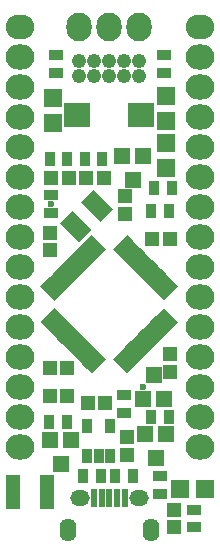
<source format=gbr>
G04 #@! TF.FileFunction,Soldermask,Top*
%FSLAX46Y46*%
G04 Gerber Fmt 4.6, Leading zero omitted, Abs format (unit mm)*
G04 Created by KiCad (PCBNEW 4.0.3+e1-6302~38~ubuntu16.04.1-stable) date Sat Aug 13 15:25:40 2016*
%MOMM*%
%LPD*%
G01*
G04 APERTURE LIST*
%ADD10C,0.100000*%
%ADD11R,1.150000X1.200000*%
%ADD12R,1.200000X1.150000*%
%ADD13R,1.600000X1.600000*%
%ADD14R,1.300000X2.900000*%
%ADD15R,0.600000X1.550000*%
%ADD16O,1.650000X1.350000*%
%ADD17O,1.400000X1.950000*%
%ADD18O,2.127200X2.432000*%
%ADD19O,2.400000X2.100000*%
%ADD20O,2.432000X2.127200*%
%ADD21R,1.300000X0.900000*%
%ADD22R,1.314400X1.314400*%
%ADD23R,0.900000X1.300000*%
%ADD24R,2.200000X2.000000*%
%ADD25R,0.908000X1.162000*%
%ADD26C,0.600000*%
%ADD27C,1.240000*%
G04 APERTURE END LIST*
D10*
D11*
X139650000Y-142400000D03*
X139650000Y-143900000D03*
X129100000Y-118950000D03*
X129100000Y-120450000D03*
D12*
X129100000Y-132750000D03*
X130600000Y-132750000D03*
X133700000Y-114350000D03*
X132200000Y-114350000D03*
X130700000Y-114350000D03*
X129200000Y-114350000D03*
D11*
X135650000Y-136250000D03*
X135650000Y-137750000D03*
D12*
X132300000Y-133400000D03*
X133800000Y-133400000D03*
D11*
X135450000Y-117350000D03*
X135450000Y-115850000D03*
D12*
X139300000Y-119500000D03*
X137800000Y-119500000D03*
X129100000Y-130450000D03*
X130600000Y-130450000D03*
D11*
X139250000Y-129250000D03*
X139250000Y-130750000D03*
D13*
X129350000Y-107550000D03*
X129350000Y-109650000D03*
X138950000Y-107400000D03*
X138950000Y-109500000D03*
X138950000Y-113500000D03*
X138950000Y-111400000D03*
X140150000Y-140650000D03*
X142250000Y-140650000D03*
D14*
X128900000Y-140900000D03*
X126000000Y-140900000D03*
D15*
X132850000Y-141450000D03*
X133500000Y-141450000D03*
X134150000Y-141450000D03*
X134800000Y-141450000D03*
X135450000Y-141450000D03*
D16*
X136650000Y-141450000D03*
X131650000Y-141450000D03*
D17*
X137650000Y-144150000D03*
X130650000Y-144150000D03*
D18*
X131610000Y-101550000D03*
X134150000Y-101550000D03*
X136690000Y-101550000D03*
D19*
X126550000Y-101550000D03*
D20*
X126550000Y-104090000D03*
X126550000Y-106630000D03*
X126550000Y-109170000D03*
X126550000Y-111710000D03*
X126550000Y-114250000D03*
X126550000Y-116790000D03*
X126550000Y-119330000D03*
X126550000Y-121870000D03*
X126550000Y-124410000D03*
X126550000Y-126950000D03*
X126550000Y-129490000D03*
X126550000Y-132030000D03*
X126550000Y-134570000D03*
X126550000Y-137110000D03*
D19*
X141800000Y-101550000D03*
D20*
X141800000Y-104090000D03*
X141800000Y-106630000D03*
X141800000Y-109170000D03*
X141800000Y-111710000D03*
X141800000Y-114250000D03*
X141800000Y-116790000D03*
X141800000Y-119330000D03*
X141800000Y-121870000D03*
X141800000Y-124410000D03*
X141800000Y-126950000D03*
X141800000Y-129490000D03*
X141800000Y-132030000D03*
X141800000Y-134570000D03*
X141800000Y-137110000D03*
D21*
X129250000Y-115750000D03*
X129250000Y-117250000D03*
D22*
X135261000Y-112484000D03*
X137039000Y-112484000D03*
X136150000Y-114516000D03*
X137172000Y-136034000D03*
X138950000Y-136034000D03*
X138061000Y-138066000D03*
X129161000Y-136534000D03*
X130939000Y-136534000D03*
X130050000Y-138566000D03*
X138789000Y-133016000D03*
X137011000Y-133016000D03*
X137900000Y-130984000D03*
D21*
X129600000Y-103900000D03*
X129600000Y-105400000D03*
X141350000Y-142400000D03*
X141350000Y-143900000D03*
D23*
X137700000Y-117100000D03*
X139200000Y-117100000D03*
D21*
X138750000Y-103900000D03*
X138750000Y-105400000D03*
X135400000Y-132700000D03*
X135400000Y-134200000D03*
D23*
X137950000Y-115200000D03*
X139450000Y-115200000D03*
X137700000Y-134550000D03*
X139200000Y-134550000D03*
X129050000Y-135000000D03*
X130550000Y-135000000D03*
D21*
X138400000Y-139550000D03*
X138400000Y-141050000D03*
D23*
X133550000Y-112700000D03*
X132050000Y-112700000D03*
X129100000Y-112700000D03*
X130600000Y-112700000D03*
D24*
X131450000Y-109000000D03*
X136850000Y-109000000D03*
D25*
X132297500Y-137870000D03*
X134202500Y-137870000D03*
X132297500Y-135330000D03*
X133250000Y-137870000D03*
X134202500Y-135330000D03*
D23*
X134650000Y-139550000D03*
X136150000Y-139550000D03*
X133450000Y-139550000D03*
X131950000Y-139550000D03*
D10*
G36*
X132801040Y-115322614D02*
X134427386Y-116948960D01*
X133366726Y-118009620D01*
X131740380Y-116383274D01*
X132801040Y-115322614D01*
X132801040Y-115322614D01*
G37*
G36*
X131033274Y-117090380D02*
X132659620Y-118716726D01*
X131598960Y-119777386D01*
X129972614Y-118151040D01*
X131033274Y-117090380D01*
X131033274Y-117090380D01*
G37*
G36*
X132187779Y-119608311D02*
X132647398Y-119148692D01*
X133849479Y-120350773D01*
X133389860Y-120810392D01*
X132187779Y-119608311D01*
X132187779Y-119608311D01*
G37*
G36*
X131834226Y-119961864D02*
X132293845Y-119502245D01*
X133495926Y-120704326D01*
X133036307Y-121163945D01*
X131834226Y-119961864D01*
X131834226Y-119961864D01*
G37*
G36*
X131480672Y-120315418D02*
X131940291Y-119855799D01*
X133142372Y-121057880D01*
X132682753Y-121517499D01*
X131480672Y-120315418D01*
X131480672Y-120315418D01*
G37*
G36*
X131127119Y-120668971D02*
X131586738Y-120209352D01*
X132788819Y-121411433D01*
X132329200Y-121871052D01*
X131127119Y-120668971D01*
X131127119Y-120668971D01*
G37*
G36*
X130773566Y-121022524D02*
X131233185Y-120562905D01*
X132435266Y-121764986D01*
X131975647Y-122224605D01*
X130773566Y-121022524D01*
X130773566Y-121022524D01*
G37*
G36*
X130420012Y-121376078D02*
X130879631Y-120916459D01*
X132081712Y-122118540D01*
X131622093Y-122578159D01*
X130420012Y-121376078D01*
X130420012Y-121376078D01*
G37*
G36*
X130066459Y-121729631D02*
X130526078Y-121270012D01*
X131728159Y-122472093D01*
X131268540Y-122931712D01*
X130066459Y-121729631D01*
X130066459Y-121729631D01*
G37*
G36*
X129712905Y-122083185D02*
X130172524Y-121623566D01*
X131374605Y-122825647D01*
X130914986Y-123285266D01*
X129712905Y-122083185D01*
X129712905Y-122083185D01*
G37*
G36*
X129359352Y-122436738D02*
X129818971Y-121977119D01*
X131021052Y-123179200D01*
X130561433Y-123638819D01*
X129359352Y-122436738D01*
X129359352Y-122436738D01*
G37*
G36*
X129005799Y-122790291D02*
X129465418Y-122330672D01*
X130667499Y-123532753D01*
X130207880Y-123992372D01*
X129005799Y-122790291D01*
X129005799Y-122790291D01*
G37*
G36*
X128652245Y-123143845D02*
X129111864Y-122684226D01*
X130313945Y-123886307D01*
X129854326Y-124345926D01*
X128652245Y-123143845D01*
X128652245Y-123143845D01*
G37*
G36*
X128298692Y-123497398D02*
X128758311Y-123037779D01*
X129960392Y-124239860D01*
X129500773Y-124699479D01*
X128298692Y-123497398D01*
X128298692Y-123497398D01*
G37*
G36*
X128758311Y-126962221D02*
X128298692Y-126502602D01*
X129500773Y-125300521D01*
X129960392Y-125760140D01*
X128758311Y-126962221D01*
X128758311Y-126962221D01*
G37*
G36*
X129111864Y-127315774D02*
X128652245Y-126856155D01*
X129854326Y-125654074D01*
X130313945Y-126113693D01*
X129111864Y-127315774D01*
X129111864Y-127315774D01*
G37*
G36*
X129465418Y-127669328D02*
X129005799Y-127209709D01*
X130207880Y-126007628D01*
X130667499Y-126467247D01*
X129465418Y-127669328D01*
X129465418Y-127669328D01*
G37*
G36*
X129818971Y-128022881D02*
X129359352Y-127563262D01*
X130561433Y-126361181D01*
X131021052Y-126820800D01*
X129818971Y-128022881D01*
X129818971Y-128022881D01*
G37*
G36*
X130172524Y-128376434D02*
X129712905Y-127916815D01*
X130914986Y-126714734D01*
X131374605Y-127174353D01*
X130172524Y-128376434D01*
X130172524Y-128376434D01*
G37*
G36*
X130526078Y-128729988D02*
X130066459Y-128270369D01*
X131268540Y-127068288D01*
X131728159Y-127527907D01*
X130526078Y-128729988D01*
X130526078Y-128729988D01*
G37*
G36*
X130879631Y-129083541D02*
X130420012Y-128623922D01*
X131622093Y-127421841D01*
X132081712Y-127881460D01*
X130879631Y-129083541D01*
X130879631Y-129083541D01*
G37*
G36*
X131233185Y-129437095D02*
X130773566Y-128977476D01*
X131975647Y-127775395D01*
X132435266Y-128235014D01*
X131233185Y-129437095D01*
X131233185Y-129437095D01*
G37*
G36*
X131586738Y-129790648D02*
X131127119Y-129331029D01*
X132329200Y-128128948D01*
X132788819Y-128588567D01*
X131586738Y-129790648D01*
X131586738Y-129790648D01*
G37*
G36*
X131940291Y-130144201D02*
X131480672Y-129684582D01*
X132682753Y-128482501D01*
X133142372Y-128942120D01*
X131940291Y-130144201D01*
X131940291Y-130144201D01*
G37*
G36*
X132293845Y-130497755D02*
X131834226Y-130038136D01*
X133036307Y-128836055D01*
X133495926Y-129295674D01*
X132293845Y-130497755D01*
X132293845Y-130497755D01*
G37*
G36*
X132647398Y-130851308D02*
X132187779Y-130391689D01*
X133389860Y-129189608D01*
X133849479Y-129649227D01*
X132647398Y-130851308D01*
X132647398Y-130851308D01*
G37*
G36*
X134450521Y-129649227D02*
X134910140Y-129189608D01*
X136112221Y-130391689D01*
X135652602Y-130851308D01*
X134450521Y-129649227D01*
X134450521Y-129649227D01*
G37*
G36*
X134804074Y-129295674D02*
X135263693Y-128836055D01*
X136465774Y-130038136D01*
X136006155Y-130497755D01*
X134804074Y-129295674D01*
X134804074Y-129295674D01*
G37*
G36*
X135157628Y-128942120D02*
X135617247Y-128482501D01*
X136819328Y-129684582D01*
X136359709Y-130144201D01*
X135157628Y-128942120D01*
X135157628Y-128942120D01*
G37*
G36*
X135511181Y-128588567D02*
X135970800Y-128128948D01*
X137172881Y-129331029D01*
X136713262Y-129790648D01*
X135511181Y-128588567D01*
X135511181Y-128588567D01*
G37*
G36*
X135864734Y-128235014D02*
X136324353Y-127775395D01*
X137526434Y-128977476D01*
X137066815Y-129437095D01*
X135864734Y-128235014D01*
X135864734Y-128235014D01*
G37*
G36*
X136218288Y-127881460D02*
X136677907Y-127421841D01*
X137879988Y-128623922D01*
X137420369Y-129083541D01*
X136218288Y-127881460D01*
X136218288Y-127881460D01*
G37*
G36*
X136571841Y-127527907D02*
X137031460Y-127068288D01*
X138233541Y-128270369D01*
X137773922Y-128729988D01*
X136571841Y-127527907D01*
X136571841Y-127527907D01*
G37*
G36*
X136925395Y-127174353D02*
X137385014Y-126714734D01*
X138587095Y-127916815D01*
X138127476Y-128376434D01*
X136925395Y-127174353D01*
X136925395Y-127174353D01*
G37*
G36*
X137278948Y-126820800D02*
X137738567Y-126361181D01*
X138940648Y-127563262D01*
X138481029Y-128022881D01*
X137278948Y-126820800D01*
X137278948Y-126820800D01*
G37*
G36*
X137632501Y-126467247D02*
X138092120Y-126007628D01*
X139294201Y-127209709D01*
X138834582Y-127669328D01*
X137632501Y-126467247D01*
X137632501Y-126467247D01*
G37*
G36*
X137986055Y-126113693D02*
X138445674Y-125654074D01*
X139647755Y-126856155D01*
X139188136Y-127315774D01*
X137986055Y-126113693D01*
X137986055Y-126113693D01*
G37*
G36*
X138339608Y-125760140D02*
X138799227Y-125300521D01*
X140001308Y-126502602D01*
X139541689Y-126962221D01*
X138339608Y-125760140D01*
X138339608Y-125760140D01*
G37*
G36*
X138799227Y-124699479D02*
X138339608Y-124239860D01*
X139541689Y-123037779D01*
X140001308Y-123497398D01*
X138799227Y-124699479D01*
X138799227Y-124699479D01*
G37*
G36*
X138445674Y-124345926D02*
X137986055Y-123886307D01*
X139188136Y-122684226D01*
X139647755Y-123143845D01*
X138445674Y-124345926D01*
X138445674Y-124345926D01*
G37*
G36*
X138092120Y-123992372D02*
X137632501Y-123532753D01*
X138834582Y-122330672D01*
X139294201Y-122790291D01*
X138092120Y-123992372D01*
X138092120Y-123992372D01*
G37*
G36*
X137738567Y-123638819D02*
X137278948Y-123179200D01*
X138481029Y-121977119D01*
X138940648Y-122436738D01*
X137738567Y-123638819D01*
X137738567Y-123638819D01*
G37*
G36*
X137385014Y-123285266D02*
X136925395Y-122825647D01*
X138127476Y-121623566D01*
X138587095Y-122083185D01*
X137385014Y-123285266D01*
X137385014Y-123285266D01*
G37*
G36*
X137031460Y-122931712D02*
X136571841Y-122472093D01*
X137773922Y-121270012D01*
X138233541Y-121729631D01*
X137031460Y-122931712D01*
X137031460Y-122931712D01*
G37*
G36*
X136677907Y-122578159D02*
X136218288Y-122118540D01*
X137420369Y-120916459D01*
X137879988Y-121376078D01*
X136677907Y-122578159D01*
X136677907Y-122578159D01*
G37*
G36*
X136324353Y-122224605D02*
X135864734Y-121764986D01*
X137066815Y-120562905D01*
X137526434Y-121022524D01*
X136324353Y-122224605D01*
X136324353Y-122224605D01*
G37*
G36*
X135970800Y-121871052D02*
X135511181Y-121411433D01*
X136713262Y-120209352D01*
X137172881Y-120668971D01*
X135970800Y-121871052D01*
X135970800Y-121871052D01*
G37*
G36*
X135617247Y-121517499D02*
X135157628Y-121057880D01*
X136359709Y-119855799D01*
X136819328Y-120315418D01*
X135617247Y-121517499D01*
X135617247Y-121517499D01*
G37*
G36*
X135263693Y-121163945D02*
X134804074Y-120704326D01*
X136006155Y-119502245D01*
X136465774Y-119961864D01*
X135263693Y-121163945D01*
X135263693Y-121163945D01*
G37*
G36*
X134910140Y-120810392D02*
X134450521Y-120350773D01*
X135652602Y-119148692D01*
X136112221Y-119608311D01*
X134910140Y-120810392D01*
X134910140Y-120810392D01*
G37*
D26*
X137000000Y-132000000D03*
D27*
X136690000Y-104415000D03*
X136690000Y-105685000D03*
X135420000Y-104415000D03*
X135420000Y-105685000D03*
X134150000Y-104415000D03*
X134150000Y-105685000D03*
X132880000Y-104415000D03*
X132880000Y-105685000D03*
X131610000Y-104415000D03*
X131610000Y-105685000D03*
D26*
X129250000Y-116500000D03*
M02*

</source>
